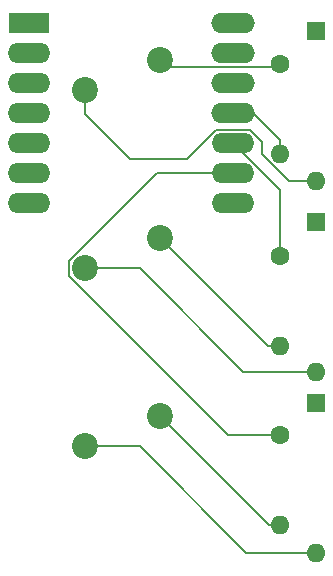
<source format=gbr>
%TF.GenerationSoftware,KiCad,Pcbnew,8.0.6*%
%TF.CreationDate,2024-10-22T00:24:14-04:00*%
%TF.ProjectId,Hackpad,4861636b-7061-4642-9e6b-696361645f70,rev?*%
%TF.SameCoordinates,Original*%
%TF.FileFunction,Copper,L2,Bot*%
%TF.FilePolarity,Positive*%
%FSLAX46Y46*%
G04 Gerber Fmt 4.6, Leading zero omitted, Abs format (unit mm)*
G04 Created by KiCad (PCBNEW 8.0.6) date 2024-10-22 00:24:14*
%MOMM*%
%LPD*%
G01*
G04 APERTURE LIST*
%TA.AperFunction,ComponentPad*%
%ADD10O,3.700000X1.700000*%
%TD*%
%TA.AperFunction,ComponentPad*%
%ADD11O,3.600000X1.700000*%
%TD*%
%TA.AperFunction,ComponentPad*%
%ADD12R,3.500000X1.700000*%
%TD*%
%TA.AperFunction,ComponentPad*%
%ADD13C,2.200000*%
%TD*%
%TA.AperFunction,ComponentPad*%
%ADD14O,1.600000X1.600000*%
%TD*%
%TA.AperFunction,ComponentPad*%
%ADD15C,1.600000*%
%TD*%
%TA.AperFunction,ComponentPad*%
%ADD16R,1.600000X1.600000*%
%TD*%
%TA.AperFunction,Conductor*%
%ADD17C,0.200000*%
%TD*%
G04 APERTURE END LIST*
D10*
%TO.P,U1,14,5V*%
%TO.N,unconnected-(U1-5V-Pad14)*%
X107750000Y-68000000D03*
%TO.P,U1,13,GND*%
%TO.N,GND*%
X107750000Y-70540000D03*
%TO.P,U1,12,3V3*%
%TO.N,unconnected-(U1-3V3-Pad12)*%
X107750000Y-73080000D03*
%TO.P,U1,11,PA6_A10_D10_MOSI*%
%TO.N,Net-(U1-PA6_A10_D10_MOSI)*%
X107750000Y-75620000D03*
D11*
%TO.P,U1,10,PA5_A9_D9_MISO*%
%TO.N,Net-(U1-PA5_A9_D9_MISO)*%
X107750000Y-78160000D03*
%TO.P,U1,9,PA7_A8_D8_SCK*%
%TO.N,Net-(U1-PA7_A8_D8_SCK)*%
X107750000Y-80700000D03*
%TO.P,U1,8,PB09_A7_D7_RX*%
%TO.N,unconnected-(U1-PB09_A7_D7_RX-Pad8)*%
X107750000Y-83240000D03*
%TO.P,U1,7,PB08_A6_D6_TX*%
%TO.N,unconnected-(U1-PB08_A6_D6_TX-Pad7)*%
X90500000Y-83240000D03*
%TO.P,U1,6,PA9_A5_D5_SCL*%
%TO.N,unconnected-(U1-PA9_A5_D5_SCL-Pad6)*%
X90500000Y-80700000D03*
%TO.P,U1,5,PA8_A4_D4_SDA*%
%TO.N,unconnected-(U1-PA8_A4_D4_SDA-Pad5)*%
X90500000Y-78160000D03*
%TO.P,U1,4,PA11_A3_D3*%
%TO.N,unconnected-(U1-PA11_A3_D3-Pad4)*%
X90500000Y-75620000D03*
%TO.P,U1,3,PA10_A2_D2*%
%TO.N,unconnected-(U1-PA10_A2_D2-Pad3)*%
X90500000Y-73080000D03*
%TO.P,U1,2,PA4_A1_D1*%
%TO.N,unconnected-(U1-PA4_A1_D1-Pad2)*%
X90500000Y-70540000D03*
D12*
%TO.P,U1,1,PA02_A0_D0*%
%TO.N,unconnected-(U1-PA02_A0_D0-Pad1)*%
X90500000Y-68000000D03*
%TD*%
D13*
%TO.P,SW3,2,2*%
%TO.N,Net-(D4-A)*%
X95266000Y-103817470D03*
%TO.P,SW3,1,1*%
%TO.N,Net-(R2-Pad2)*%
X101616000Y-101277470D03*
%TD*%
%TO.P,SW2,2,2*%
%TO.N,Net-(D5-A)*%
X95266000Y-88727470D03*
%TO.P,SW2,1,1*%
%TO.N,Net-(R3-Pad2)*%
X101616000Y-86187470D03*
%TD*%
%TO.P,SW1,2,2*%
%TO.N,Net-(D1-A)*%
X95266000Y-73637470D03*
%TO.P,SW1,1,1*%
%TO.N,Net-(R1-Pad1)*%
X101616000Y-71097470D03*
%TD*%
D14*
%TO.P,R3,2*%
%TO.N,Net-(R3-Pad2)*%
X111750000Y-95310000D03*
D15*
%TO.P,R3,1*%
%TO.N,Net-(U1-PA5_A9_D9_MISO)*%
X111750000Y-87690000D03*
%TD*%
%TO.P,R2,1*%
%TO.N,Net-(U1-PA7_A8_D8_SCK)*%
X111750000Y-102880000D03*
D14*
%TO.P,R2,2*%
%TO.N,Net-(R2-Pad2)*%
X111750000Y-110500000D03*
%TD*%
D15*
%TO.P,R1,1*%
%TO.N,Net-(R1-Pad1)*%
X111750000Y-71440000D03*
D14*
%TO.P,R1,2*%
%TO.N,Net-(U1-PA6_A10_D10_MOSI)*%
X111750000Y-79060000D03*
%TD*%
D16*
%TO.P,D5,1,K*%
%TO.N,GND*%
X114750000Y-84800000D03*
D14*
%TO.P,D5,2,A*%
%TO.N,Net-(D5-A)*%
X114750000Y-97500000D03*
%TD*%
D16*
%TO.P,D4,1,K*%
%TO.N,GND*%
X114750000Y-100150000D03*
D14*
%TO.P,D4,2,A*%
%TO.N,Net-(D4-A)*%
X114750000Y-112850000D03*
%TD*%
D16*
%TO.P,D1,1,K*%
%TO.N,GND*%
X114750000Y-68650000D03*
D14*
%TO.P,D1,2,A*%
%TO.N,Net-(D1-A)*%
X114750000Y-81350000D03*
%TD*%
D17*
%TO.N,Net-(U1-PA6_A10_D10_MOSI)*%
X109441370Y-75620000D02*
X106750000Y-75620000D01*
X111750000Y-77928630D02*
X109441370Y-75620000D01*
X111750000Y-79060000D02*
X111750000Y-77928630D01*
%TO.N,Net-(R1-Pad1)*%
X111500000Y-71690000D02*
X111750000Y-71440000D01*
X102208530Y-71690000D02*
X111500000Y-71690000D01*
X101616000Y-71097470D02*
X102208530Y-71690000D01*
%TO.N,Net-(U1-PA7_A8_D8_SCK)*%
X101313571Y-80700000D02*
X106750000Y-80700000D01*
X93866000Y-88147571D02*
X101313571Y-80700000D01*
X93866000Y-89380872D02*
X93866000Y-88147571D01*
X107365128Y-102880000D02*
X93866000Y-89380872D01*
X111750000Y-102880000D02*
X107365128Y-102880000D01*
%TO.N,Net-(R2-Pad2)*%
X110838530Y-110500000D02*
X111750000Y-110500000D01*
X101616000Y-101277470D02*
X110838530Y-110500000D01*
%TO.N,Net-(D4-A)*%
X108891932Y-112850000D02*
X114750000Y-112850000D01*
X95266000Y-103817470D02*
X99859402Y-103817470D01*
X99859402Y-103817470D02*
X108891932Y-112850000D01*
%TO.N,Net-(U1-PA7_A8_D8_SCK)*%
X106750000Y-80700000D02*
X107786346Y-80700000D01*
%TO.N,Net-(R3-Pad2)*%
X110738530Y-95310000D02*
X111750000Y-95310000D01*
X101616000Y-86187470D02*
X110738530Y-95310000D01*
%TO.N,Net-(D5-A)*%
X108631932Y-97500000D02*
X114750000Y-97500000D01*
X99859402Y-88727470D02*
X108631932Y-97500000D01*
X95266000Y-88727470D02*
X99859402Y-88727470D01*
%TO.N,Net-(D1-A)*%
X112484365Y-81350000D02*
X114750000Y-81350000D01*
X110250000Y-78083654D02*
X110250000Y-79115635D01*
X109176346Y-77010000D02*
X110250000Y-78083654D01*
X106323654Y-77010000D02*
X109176346Y-77010000D01*
X110250000Y-79115635D02*
X112484365Y-81350000D01*
X103833654Y-79500000D02*
X106323654Y-77010000D01*
X99075128Y-79500000D02*
X103833654Y-79500000D01*
X95266000Y-75690872D02*
X99075128Y-79500000D01*
X95266000Y-73637470D02*
X95266000Y-75690872D01*
%TO.N,Net-(U1-PA5_A9_D9_MISO)*%
X107786346Y-78160000D02*
X106750000Y-78160000D01*
X111750000Y-82123654D02*
X107786346Y-78160000D01*
X111750000Y-87690000D02*
X111750000Y-82123654D01*
%TO.N,GND*%
X114750000Y-68650000D02*
X114250000Y-69150000D01*
X107836346Y-70540000D02*
X106750000Y-70540000D01*
%TD*%
M02*

</source>
